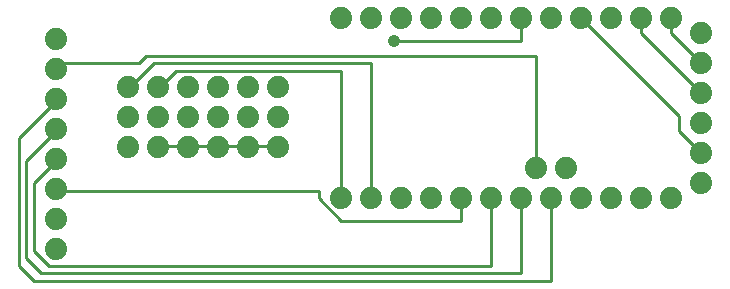
<source format=gbr>
G04 EAGLE Gerber RS-274X export*
G75*
%MOMM*%
%FSLAX34Y34*%
%LPD*%
%INTop Copper*%
%IPPOS*%
%AMOC8*
5,1,8,0,0,1.08239X$1,22.5*%
G01*
%ADD10C,1.879600*%
%ADD11C,0.254000*%
%ADD12C,1.066800*%


D10*
X381000Y812800D03*
X406400Y812800D03*
X431800Y812800D03*
X457200Y812800D03*
X482600Y812800D03*
X508000Y812800D03*
X533400Y812800D03*
X558800Y812800D03*
X584200Y812800D03*
X609600Y812800D03*
X635000Y812800D03*
X660400Y812800D03*
X660400Y660400D03*
X635000Y660400D03*
X609600Y660400D03*
X584200Y660400D03*
X558800Y660400D03*
X533400Y660400D03*
X508000Y660400D03*
X482600Y660400D03*
X457200Y660400D03*
X431800Y660400D03*
X406400Y660400D03*
X381000Y660400D03*
X685800Y673100D03*
X685800Y698500D03*
X685800Y723900D03*
X685800Y749300D03*
X685800Y774700D03*
X685800Y800100D03*
X327660Y754380D03*
X327660Y728980D03*
X327660Y703580D03*
X546100Y685800D03*
X571500Y685800D03*
X302260Y754380D03*
X302260Y728980D03*
X302260Y703580D03*
X276860Y754380D03*
X276860Y728980D03*
X276860Y703580D03*
X251460Y754380D03*
X251460Y728980D03*
X251460Y703580D03*
X226060Y754380D03*
X226060Y728980D03*
X226060Y703580D03*
X200660Y754380D03*
X200660Y728980D03*
X200660Y703580D03*
X139700Y795020D03*
X139700Y769620D03*
X139700Y744220D03*
X139700Y718820D03*
X139700Y693420D03*
X139700Y668020D03*
X139700Y642620D03*
X139700Y617220D03*
D11*
X584200Y812800D02*
X666750Y730250D01*
X666750Y717550D01*
X685800Y698500D01*
X323850Y704850D02*
X304800Y704850D01*
X302260Y703580D01*
X323850Y704850D02*
X327660Y703580D01*
X273050Y704850D02*
X254000Y704850D01*
X251460Y703580D01*
X273050Y704850D02*
X276860Y703580D01*
X247650Y704850D02*
X228600Y704850D01*
X247650Y704850D02*
X251460Y703580D01*
X228600Y704850D02*
X226060Y703580D01*
X279400Y704850D02*
X298450Y704850D01*
X302260Y703580D01*
X279400Y704850D02*
X276860Y703580D01*
X635000Y800100D02*
X685800Y749300D01*
X635000Y800100D02*
X635000Y812800D01*
X660400Y800100D02*
X685800Y774700D01*
X660400Y800100D02*
X660400Y812800D01*
X533400Y793750D02*
X425450Y793750D01*
X533400Y793750D02*
X533400Y812800D01*
D12*
X425450Y793750D03*
D11*
X139700Y742950D02*
X107950Y711200D01*
X107950Y603250D01*
X120650Y590550D01*
X558800Y590550D01*
X558800Y660400D01*
X139700Y742950D02*
X139700Y744220D01*
X139700Y717550D02*
X114300Y692150D01*
X114300Y609600D01*
X127000Y596900D01*
X533400Y596900D01*
X533400Y660400D01*
X139700Y717550D02*
X139700Y718820D01*
X139700Y692150D02*
X120650Y673100D01*
X120650Y615950D01*
X133350Y603250D01*
X508000Y603250D01*
X508000Y660400D01*
X139700Y692150D02*
X139700Y693420D01*
X139700Y666750D02*
X361950Y666750D01*
X361950Y660400D01*
X381000Y641350D01*
X482600Y641350D01*
X482600Y660400D01*
X139700Y666750D02*
X139700Y668020D01*
X228600Y755650D02*
X241300Y768350D01*
X381000Y768350D01*
X381000Y660400D01*
X228600Y755650D02*
X226060Y754380D01*
X222250Y774700D02*
X203200Y755650D01*
X222250Y774700D02*
X406400Y774700D01*
X406400Y660400D01*
X203200Y755650D02*
X200660Y754380D01*
X209550Y774700D02*
X139700Y774700D01*
X209550Y774700D02*
X215900Y781050D01*
X546100Y781050D01*
X546100Y685800D01*
X139700Y769620D02*
X139700Y774700D01*
M02*

</source>
